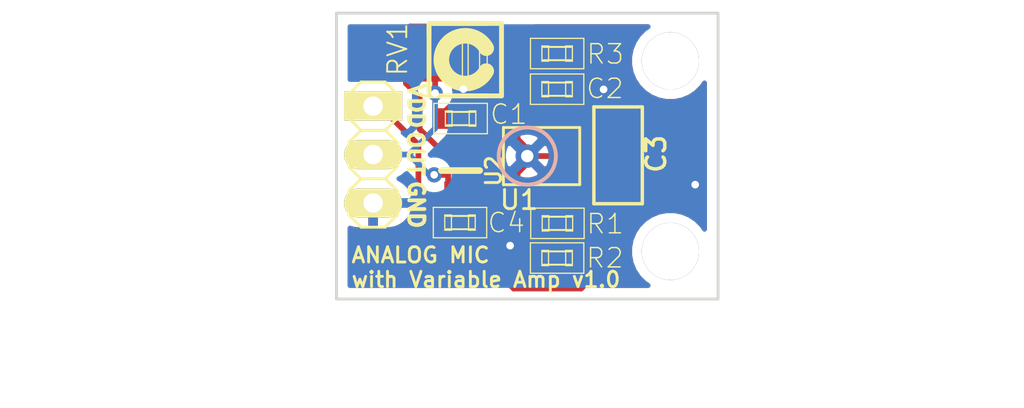
<source format=kicad_pcb>
(kicad_pcb (version 20171130) (host pcbnew "(5.1.2)-1")

  (general
    (thickness 1.6)
    (drawings 16)
    (tracks 116)
    (zones 0)
    (modules 13)
    (nets 8)
  )

  (page A4)
  (title_block
    (title "SPU0410LR5H Board (Analog MEMS MICROPHONE)")
    (date 2019-02-23)
    (rev v1.1)
    (company Crescent)
  )

  (layers
    (0 F.Cu signal)
    (31 B.Cu signal)
    (32 B.Adhes user)
    (33 F.Adhes user)
    (34 B.Paste user)
    (35 F.Paste user)
    (36 B.SilkS user)
    (37 F.SilkS user)
    (38 B.Mask user)
    (39 F.Mask user)
    (40 Dwgs.User user)
    (41 Cmts.User user)
    (42 Eco1.User user)
    (43 Eco2.User user)
    (44 Edge.Cuts user)
    (45 Margin user)
    (46 B.CrtYd user)
    (47 F.CrtYd user)
    (48 B.Fab user)
    (49 F.Fab user)
  )

  (setup
    (last_trace_width 0.3)
    (trace_clearance 0.2)
    (zone_clearance 0.508)
    (zone_45_only no)
    (trace_min 0.2)
    (via_size 0.8)
    (via_drill 0.4)
    (via_min_size 0.4)
    (via_min_drill 0.3)
    (uvia_size 0.3)
    (uvia_drill 0.1)
    (uvias_allowed no)
    (uvia_min_size 0.2)
    (uvia_min_drill 0.1)
    (edge_width 0.15)
    (segment_width 0.2)
    (pcb_text_width 0.3)
    (pcb_text_size 1.5 1.5)
    (mod_edge_width 0.15)
    (mod_text_size 1 1)
    (mod_text_width 0.15)
    (pad_size 1.224 1.224)
    (pad_drill 0.65)
    (pad_to_mask_clearance 0.2)
    (solder_mask_min_width 0.25)
    (aux_axis_origin 0 0)
    (visible_elements 7FFFFF7F)
    (pcbplotparams
      (layerselection 0x010fc_ffffffff)
      (usegerberextensions true)
      (usegerberattributes false)
      (usegerberadvancedattributes false)
      (creategerberjobfile false)
      (excludeedgelayer true)
      (linewidth 0.100000)
      (plotframeref false)
      (viasonmask false)
      (mode 1)
      (useauxorigin false)
      (hpglpennumber 1)
      (hpglpenspeed 20)
      (hpglpendiameter 15.000000)
      (psnegative false)
      (psa4output false)
      (plotreference true)
      (plotvalue true)
      (plotinvisibletext false)
      (padsonsilk false)
      (subtractmaskfromsilk false)
      (outputformat 1)
      (mirror false)
      (drillshape 0)
      (scaleselection 1)
      (outputdirectory "GERBER/"))
  )

  (net 0 "")
  (net 1 VDD)
  (net 2 GND)
  (net 3 "Net-(C1-Pad1)")
  (net 4 MOUT)
  (net 5 "Net-(C2-Pad1)")
  (net 6 SOUT)
  (net 7 "Net-(R3-Pad1)")

  (net_class Default "これは標準のネット クラスです。"
    (clearance 0.2)
    (trace_width 0.3)
    (via_dia 0.8)
    (via_drill 0.4)
    (uvia_dia 0.3)
    (uvia_drill 0.1)
    (add_net GND)
    (add_net MOUT)
    (add_net "Net-(C1-Pad1)")
    (add_net "Net-(C2-Pad1)")
    (add_net "Net-(R3-Pad1)")
    (add_net SOUT)
    (add_net VDD)
  )

  (module RV:rcl-RTRIMCVR42A (layer F.Cu) (tedit 5F0081B9) (tstamp 5F009725)
    (at 146.75 106.44 90)
    (descr "TRIMM RESISTOR AVX")
    (tags "TRIMM RESISTOR AVX")
    (path /5F004720)
    (attr smd)
    (fp_text reference RV1 (at 0.54 -3.55 -90) (layer F.SilkS)
      (effects (font (size 1 1) (thickness 0.1)))
    )
    (fp_text value 500k (at 2.87274 -1.1176) (layer F.SilkS) hide
      (effects (font (size 1.27 1.27) (thickness 0.1016)))
    )
    (fp_line (start -0.6477 1.14808) (end 0.6477 1.14808) (layer F.SilkS) (width 0.06604))
    (fp_line (start 0.6477 1.14808) (end 0.6477 0.7493) (layer F.SilkS) (width 0.06604))
    (fp_line (start -0.6477 0.7493) (end 0.6477 0.7493) (layer F.SilkS) (width 0.06604))
    (fp_line (start -0.6477 1.14808) (end -0.6477 0.7493) (layer F.SilkS) (width 0.06604))
    (fp_line (start -1.04902 0.14986) (end 1.04902 0.14986) (layer F.SilkS) (width 0.06604))
    (fp_line (start 1.04902 0.14986) (end 1.04902 -0.14986) (layer F.SilkS) (width 0.06604))
    (fp_line (start -1.04902 -0.14986) (end 1.04902 -0.14986) (layer F.SilkS) (width 0.06604))
    (fp_line (start -1.04902 0.14986) (end -1.04902 -0.14986) (layer F.SilkS) (width 0.06604))
    (fp_line (start -1.89992 -1.89992) (end -1.89992 1.89992) (layer F.SilkS) (width 0.254))
    (fp_line (start -1.89992 1.89992) (end 1.89992 1.89992) (layer F.SilkS) (width 0.254))
    (fp_line (start 1.89992 1.89992) (end 1.89992 -1.89992) (layer F.SilkS) (width 0.254))
    (fp_line (start 1.89992 -1.89992) (end -1.89992 -1.89992) (layer F.SilkS) (width 0.254))
    (fp_line (start -1.89992 1.14808) (end -1.89992 -1.89992) (layer F.SilkS) (width 0.254))
    (fp_line (start -1.89992 -1.89992) (end -1.34874 -1.89992) (layer F.SilkS) (width 0.254))
    (fp_line (start 1.89992 1.14808) (end 1.89992 -1.89992) (layer F.SilkS) (width 0.254))
    (fp_line (start 1.89992 -1.89992) (end 1.34874 -1.89992) (layer F.SilkS) (width 0.254))
    (fp_arc (start 0 0) (end -0.59944 1.09982) (angle 302.7) (layer F.SilkS) (width 0.8128))
    (pad 1 smd rect (at -1.14808 2.04978 90) (size 1.29794 1.39954) (layers F.Cu F.Paste F.Mask)
      (net 6 SOUT))
    (pad 2 smd rect (at 0 -1.79832 90) (size 2.2987 1.4986) (layers F.Cu F.Paste F.Mask)
      (net 6 SOUT))
    (pad 3 smd rect (at 1.14808 2.04978 90) (size 1.29794 1.39954) (layers F.Cu F.Paste F.Mask)
      (net 7 "Net-(R3-Pad1)"))
  )

  (module Mounting_Holes:MountingHole_3mm locked (layer F.Cu) (tedit 58F3573A) (tstamp 58F73DE3)
    (at 157.5 116.5)
    (descr "Mounting hole, Befestigungsbohrung, 3mm, No Annular, Kein Restring,")
    (tags "Mounting hole, Befestigungsbohrung, 3mm, No Annular, Kein Restring,")
    (fp_text reference REF2 (at 0 -4.0005) (layer F.SilkS) hide
      (effects (font (size 1 1) (thickness 0.15)))
    )
    (fp_text value MountingHole_3mm (at 1.00076 5.00126) (layer F.Fab) hide
      (effects (font (size 1 1) (thickness 0.15)))
    )
    (fp_circle (center 0 0) (end 3 0) (layer Cmts.User) (width 0.381))
    (pad 1 thru_hole circle (at 0 0) (size 3 3) (drill 3) (layers))
  )

  (module Mounting_Holes:MountingHole_3mm locked (layer F.Cu) (tedit 58F35736) (tstamp 58F356F5)
    (at 157.5 106.5)
    (descr "Mounting hole, Befestigungsbohrung, 3mm, No Annular, Kein Restring,")
    (tags "Mounting hole, Befestigungsbohrung, 3mm, No Annular, Kein Restring,")
    (fp_text reference REF1 (at 0 -4.0005) (layer F.SilkS) hide
      (effects (font (size 1 1) (thickness 0.15)))
    )
    (fp_text value MountingHole_3mm (at 1.00076 5.00126) (layer F.Fab) hide
      (effects (font (size 1 1) (thickness 0.15)))
    )
    (fp_circle (center 0 0) (end 3 0) (layer Cmts.User) (width 0.381))
    (pad 1 thru_hole circle (at 0 0) (size 3 3) (drill 3) (layers))
  )

  (module pin-head:pinhead-1X03 (layer F.Cu) (tedit 5C709D68) (tstamp 58F354ED)
    (at 141.92 111.42 270)
    (descr "PIN HEADER")
    (tags "PIN HEADER")
    (path /5C702AE8)
    (attr virtual)
    (fp_text reference P1 (at 4.48 -0.08 180) (layer F.SilkS) hide
      (effects (font (size 1 1) (thickness 0.1)))
    )
    (fp_text value Conn_01x03 (at 0 2.54 270) (layer F.SilkS) hide
      (effects (font (size 1.27 1.27) (thickness 0.1016)))
    )
    (fp_line (start -0.254 0.254) (end 0.254 0.254) (layer F.SilkS) (width 0.06604))
    (fp_line (start 0.254 0.254) (end 0.254 -0.254) (layer F.SilkS) (width 0.06604))
    (fp_line (start -0.254 -0.254) (end 0.254 -0.254) (layer F.SilkS) (width 0.06604))
    (fp_line (start -0.254 0.254) (end -0.254 -0.254) (layer F.SilkS) (width 0.06604))
    (fp_line (start -2.794 0.254) (end -2.286 0.254) (layer F.SilkS) (width 0.06604))
    (fp_line (start -2.286 0.254) (end -2.286 -0.254) (layer F.SilkS) (width 0.06604))
    (fp_line (start -2.794 -0.254) (end -2.286 -0.254) (layer F.SilkS) (width 0.06604))
    (fp_line (start -2.794 0.254) (end -2.794 -0.254) (layer F.SilkS) (width 0.06604))
    (fp_line (start 2.286 0.254) (end 2.794 0.254) (layer F.SilkS) (width 0.06604))
    (fp_line (start 2.794 0.254) (end 2.794 -0.254) (layer F.SilkS) (width 0.06604))
    (fp_line (start 2.286 -0.254) (end 2.794 -0.254) (layer F.SilkS) (width 0.06604))
    (fp_line (start 2.286 0.254) (end 2.286 -0.254) (layer F.SilkS) (width 0.06604))
    (fp_line (start -3.175 -1.27) (end -1.905 -1.27) (layer F.SilkS) (width 0.1524))
    (fp_line (start -1.905 -1.27) (end -1.27 -0.635) (layer F.SilkS) (width 0.1524))
    (fp_line (start -1.27 -0.635) (end -1.27 0.635) (layer F.SilkS) (width 0.1524))
    (fp_line (start -1.27 0.635) (end -1.905 1.27) (layer F.SilkS) (width 0.1524))
    (fp_line (start -1.27 -0.635) (end -0.635 -1.27) (layer F.SilkS) (width 0.1524))
    (fp_line (start -0.635 -1.27) (end 0.635 -1.27) (layer F.SilkS) (width 0.1524))
    (fp_line (start 0.635 -1.27) (end 1.27 -0.635) (layer F.SilkS) (width 0.1524))
    (fp_line (start 1.27 -0.635) (end 1.27 0.635) (layer F.SilkS) (width 0.1524))
    (fp_line (start 1.27 0.635) (end 0.635 1.27) (layer F.SilkS) (width 0.1524))
    (fp_line (start 0.635 1.27) (end -0.635 1.27) (layer F.SilkS) (width 0.1524))
    (fp_line (start -0.635 1.27) (end -1.27 0.635) (layer F.SilkS) (width 0.1524))
    (fp_line (start -3.81 -0.635) (end -3.81 0.635) (layer F.SilkS) (width 0.1524))
    (fp_line (start -3.175 -1.27) (end -3.81 -0.635) (layer F.SilkS) (width 0.1524))
    (fp_line (start -3.81 0.635) (end -3.175 1.27) (layer F.SilkS) (width 0.1524))
    (fp_line (start -1.905 1.27) (end -3.175 1.27) (layer F.SilkS) (width 0.1524))
    (fp_line (start 1.27 -0.635) (end 1.905 -1.27) (layer F.SilkS) (width 0.1524))
    (fp_line (start 1.905 -1.27) (end 3.175 -1.27) (layer F.SilkS) (width 0.1524))
    (fp_line (start 3.175 -1.27) (end 3.81 -0.635) (layer F.SilkS) (width 0.1524))
    (fp_line (start 3.81 -0.635) (end 3.81 0.635) (layer F.SilkS) (width 0.1524))
    (fp_line (start 3.81 0.635) (end 3.175 1.27) (layer F.SilkS) (width 0.1524))
    (fp_line (start 3.175 1.27) (end 1.905 1.27) (layer F.SilkS) (width 0.1524))
    (fp_line (start 1.905 1.27) (end 1.27 0.635) (layer F.SilkS) (width 0.1524))
    (pad 1 thru_hole rect (at -2.54 0 90) (size 1.524 3.048) (drill 1.016) (layers *.Cu *.Paste *.Mask F.SilkS)
      (net 1 VDD))
    (pad 2 thru_hole oval (at 0 0 90) (size 1.524 3.048) (drill 1.016) (layers *.Cu *.Paste *.Mask F.SilkS)
      (net 6 SOUT))
    (pad 3 thru_hole oval (at 2.54 0 90) (size 1.524 3.048) (drill 1.016) (layers *.Cu *.Paste *.Mask F.SilkS)
      (net 2 GND))
  )

  (module SPU0410LR5H:SPU0410LR5H (layer F.Cu) (tedit 5C709A9E) (tstamp 58F354F7)
    (at 150 111.5 270)
    (path /5C7024AA)
    (fp_text reference U1 (at 2.3 0.43 180) (layer F.SilkS)
      (effects (font (size 1 1) (thickness 0.15)))
    )
    (fp_text value SPU0410LR5H (at 0.2 -7.6 270) (layer F.Fab) hide
      (effects (font (size 1 1) (thickness 0.15)))
    )
    (fp_line (start -1.5 -2.75) (end 1.5 -2.75) (layer F.SilkS) (width 0.15))
    (fp_line (start 1.5 -2.75) (end 1.5 1.25) (layer F.SilkS) (width 0.15))
    (fp_line (start 1.5 1.25) (end -1.5 1.25) (layer F.SilkS) (width 0.15))
    (fp_line (start -1.5 1.25) (end -1.5 -2.75) (layer F.SilkS) (width 0.15))
    (pad 3 smd circle (at 1.015 0.634 270) (size 0.562 0.562) (layers F.Cu F.Paste F.Mask)
      (net 2 GND))
    (pad 2 smd circle (at -1.015 0.634 270) (size 0.562 0.562) (layers F.Cu F.Paste F.Mask)
      (net 2 GND))
    (pad 4 smd circle (at 0.966 -2.103 270) (size 0.723 0.723) (layers F.Cu F.Paste F.Mask)
      (net 1 VDD))
    (pad 1 smd circle (at -0.966 -2.103 270) (size 0.723 0.723) (layers F.Cu F.Paste F.Mask)
      (net 4 MOUT))
    (pad 6 thru_hole circle (at 0 0 270) (size 1.224 1.224) (drill 0.65) (layers *.Cu F.Paste F.Mask)
      (net 2 GND))
    (pad 5 smd circle (at 0 -2.103 270) (size 0.612 0.612) (layers F.Cu F.Paste F.Mask)
      (net 2 GND))
  )

  (module generic:generic-SMD1608 (layer F.Cu) (tedit 5C702684) (tstamp 5C72D5BE)
    (at 151.564 107.99 180)
    (descr "1608M 0603")
    (tags "1608M 0603")
    (path /5C702E6F)
    (attr smd)
    (fp_text reference C2 (at -2.50624 0.03 180) (layer F.SilkS)
      (effects (font (size 1.016 1.016) (thickness 0.0762)))
    )
    (fp_text value 4.7u (at 2.2479 1.14046 180) (layer F.SilkS) hide
      (effects (font (size 1.016 1.016) (thickness 0.0762)))
    )
    (fp_line (start 0.7239 0.34798) (end -0.7239 0.34798) (layer F.SilkS) (width 0.1016))
    (fp_line (start -0.7239 -0.34798) (end 0.7239 -0.34798) (layer F.SilkS) (width 0.1016))
    (fp_line (start -1.39954 0.79756) (end -1.39954 -0.79756) (layer F.SilkS) (width 0.06604))
    (fp_line (start -1.39954 -0.79756) (end 1.39954 -0.79756) (layer F.SilkS) (width 0.06604))
    (fp_line (start 1.39954 0.79756) (end 1.39954 -0.79756) (layer F.SilkS) (width 0.06604))
    (fp_line (start -1.39954 0.79756) (end 1.39954 0.79756) (layer F.SilkS) (width 0.06604))
    (fp_line (start 0.44958 0.39878) (end 0.44958 -0.39878) (layer F.SilkS) (width 0.06604))
    (fp_line (start 0.44958 -0.39878) (end 0.79756 -0.39878) (layer F.SilkS) (width 0.06604))
    (fp_line (start 0.79756 0.39878) (end 0.79756 -0.39878) (layer F.SilkS) (width 0.06604))
    (fp_line (start 0.44958 0.39878) (end 0.79756 0.39878) (layer F.SilkS) (width 0.06604))
    (fp_line (start -0.79756 0.39878) (end -0.79756 -0.39878) (layer F.SilkS) (width 0.06604))
    (fp_line (start -0.79756 -0.39878) (end -0.44958 -0.39878) (layer F.SilkS) (width 0.06604))
    (fp_line (start -0.44958 0.39878) (end -0.44958 -0.39878) (layer F.SilkS) (width 0.06604))
    (fp_line (start -0.79756 0.39878) (end -0.44958 0.39878) (layer F.SilkS) (width 0.06604))
    (pad 2 smd rect (at 0.87376 0 180) (size 1.04902 1.0795) (layers F.Cu F.Paste F.Mask)
      (net 4 MOUT))
    (pad 1 smd rect (at -0.87376 0 180) (size 1.04902 1.0795) (layers F.Cu F.Paste F.Mask)
      (net 5 "Net-(C2-Pad1)"))
  )

  (module smt:C-1206 (layer F.Cu) (tedit 54F0A8D9) (tstamp 5C72D5D0)
    (at 154.76 111.46 90)
    (descr "1206 (3216 metric)")
    (tags "smt 1206")
    (path /5C7029DE)
    (fp_text reference C3 (at -1.02 2.58 90) (layer F.SilkS)
      (effects (font (size 1 1) (thickness 0.18)) (justify left bottom))
    )
    (fp_text value 0.1u (at 0 2.413 90) (layer F.SilkS) hide
      (effects (font (size 1 1) (thickness 0.18)))
    )
    (fp_line (start -1.524 -0.762) (end 1.524 -0.762) (layer Dwgs.User) (width 0.05))
    (fp_line (start 1.524 -0.762) (end 1.524 0.762) (layer Dwgs.User) (width 0.05))
    (fp_line (start 1.524 0.762) (end -1.524 0.762) (layer Dwgs.User) (width 0.05))
    (fp_line (start -1.524 0.762) (end -1.524 -0.762) (layer Dwgs.User) (width 0.05))
    (fp_line (start -2.54 -1.27) (end 2.54 -1.27) (layer F.CrtYd) (width 0.05))
    (fp_line (start 2.54 -1.27) (end 2.54 1.27) (layer F.CrtYd) (width 0.05))
    (fp_line (start 2.54 1.27) (end -2.54 1.27) (layer F.CrtYd) (width 0.05))
    (fp_line (start -2.54 1.27) (end -2.54 -1.27) (layer F.CrtYd) (width 0.05))
    (fp_line (start -2.54 1.27) (end 2.54 1.27) (layer F.SilkS) (width 0.18))
    (fp_line (start 2.54 1.27) (end 2.54 -1.27) (layer F.SilkS) (width 0.18))
    (fp_line (start 2.54 -1.27) (end -2.54 -1.27) (layer F.SilkS) (width 0.18))
    (fp_line (start -2.54 -1.27) (end -2.54 1.27) (layer F.SilkS) (width 0.18))
    (pad 1 smd rect (at -1.4 0 90) (size 1.6 1.8) (layers F.Cu F.Paste F.Mask)
      (net 1 VDD))
    (pad 2 smd rect (at 1.4 0 90) (size 1.6 1.8) (layers F.Cu F.Paste F.Mask)
      (net 2 GND))
    (model smt.pretty/C-1206.wrl
      (at (xyz 0 0 0))
      (scale (xyz 1 1 1))
      (rotate (xyz 0 0 0))
    )
  )

  (module generic:generic-SMD1608 (layer F.Cu) (tedit 5C702605) (tstamp 5C72D5E4)
    (at 146.474 114.99 180)
    (descr "1608M 0603")
    (tags "1608M 0603")
    (path /5C70345F)
    (attr smd)
    (fp_text reference C4 (at -2.426 -0.01 180) (layer F.SilkS)
      (effects (font (size 1.016 1.016) (thickness 0.0762)))
    )
    (fp_text value 0.1u (at 2.2479 1.14046 180) (layer F.SilkS) hide
      (effects (font (size 1.016 1.016) (thickness 0.0762)))
    )
    (fp_line (start 0.7239 0.34798) (end -0.7239 0.34798) (layer F.SilkS) (width 0.1016))
    (fp_line (start -0.7239 -0.34798) (end 0.7239 -0.34798) (layer F.SilkS) (width 0.1016))
    (fp_line (start -1.39954 0.79756) (end -1.39954 -0.79756) (layer F.SilkS) (width 0.06604))
    (fp_line (start -1.39954 -0.79756) (end 1.39954 -0.79756) (layer F.SilkS) (width 0.06604))
    (fp_line (start 1.39954 0.79756) (end 1.39954 -0.79756) (layer F.SilkS) (width 0.06604))
    (fp_line (start -1.39954 0.79756) (end 1.39954 0.79756) (layer F.SilkS) (width 0.06604))
    (fp_line (start 0.44958 0.39878) (end 0.44958 -0.39878) (layer F.SilkS) (width 0.06604))
    (fp_line (start 0.44958 -0.39878) (end 0.79756 -0.39878) (layer F.SilkS) (width 0.06604))
    (fp_line (start 0.79756 0.39878) (end 0.79756 -0.39878) (layer F.SilkS) (width 0.06604))
    (fp_line (start 0.44958 0.39878) (end 0.79756 0.39878) (layer F.SilkS) (width 0.06604))
    (fp_line (start -0.79756 0.39878) (end -0.79756 -0.39878) (layer F.SilkS) (width 0.06604))
    (fp_line (start -0.79756 -0.39878) (end -0.44958 -0.39878) (layer F.SilkS) (width 0.06604))
    (fp_line (start -0.44958 0.39878) (end -0.44958 -0.39878) (layer F.SilkS) (width 0.06604))
    (fp_line (start -0.79756 0.39878) (end -0.44958 0.39878) (layer F.SilkS) (width 0.06604))
    (pad 2 smd rect (at 0.87376 0 180) (size 1.04902 1.0795) (layers F.Cu F.Paste F.Mask)
      (net 2 GND))
    (pad 1 smd rect (at -0.87376 0 180) (size 1.04902 1.0795) (layers F.Cu F.Paste F.Mask)
      (net 1 VDD))
  )

  (module generic:generic-SMD1608 (layer F.Cu) (tedit 5C7026B2) (tstamp 5F0099DA)
    (at 151.58 115.03)
    (descr "1608M 0603")
    (tags "1608M 0603")
    (path /5C7030F7)
    (attr smd)
    (fp_text reference R1 (at 2.50624 0.03) (layer F.SilkS)
      (effects (font (size 1.016 1.016) (thickness 0.0762)))
    )
    (fp_text value 10k (at 2.2479 1.14046) (layer F.SilkS) hide
      (effects (font (size 1.016 1.016) (thickness 0.0762)))
    )
    (fp_line (start -0.79756 0.39878) (end -0.44958 0.39878) (layer F.SilkS) (width 0.06604))
    (fp_line (start -0.44958 0.39878) (end -0.44958 -0.39878) (layer F.SilkS) (width 0.06604))
    (fp_line (start -0.79756 -0.39878) (end -0.44958 -0.39878) (layer F.SilkS) (width 0.06604))
    (fp_line (start -0.79756 0.39878) (end -0.79756 -0.39878) (layer F.SilkS) (width 0.06604))
    (fp_line (start 0.44958 0.39878) (end 0.79756 0.39878) (layer F.SilkS) (width 0.06604))
    (fp_line (start 0.79756 0.39878) (end 0.79756 -0.39878) (layer F.SilkS) (width 0.06604))
    (fp_line (start 0.44958 -0.39878) (end 0.79756 -0.39878) (layer F.SilkS) (width 0.06604))
    (fp_line (start 0.44958 0.39878) (end 0.44958 -0.39878) (layer F.SilkS) (width 0.06604))
    (fp_line (start -1.39954 0.79756) (end 1.39954 0.79756) (layer F.SilkS) (width 0.06604))
    (fp_line (start 1.39954 0.79756) (end 1.39954 -0.79756) (layer F.SilkS) (width 0.06604))
    (fp_line (start -1.39954 -0.79756) (end 1.39954 -0.79756) (layer F.SilkS) (width 0.06604))
    (fp_line (start -1.39954 0.79756) (end -1.39954 -0.79756) (layer F.SilkS) (width 0.06604))
    (fp_line (start -0.7239 -0.34798) (end 0.7239 -0.34798) (layer F.SilkS) (width 0.1016))
    (fp_line (start 0.7239 0.34798) (end -0.7239 0.34798) (layer F.SilkS) (width 0.1016))
    (pad 1 smd rect (at -0.87376 0) (size 1.04902 1.0795) (layers F.Cu F.Paste F.Mask)
      (net 3 "Net-(C1-Pad1)"))
    (pad 2 smd rect (at 0.87376 0) (size 1.04902 1.0795) (layers F.Cu F.Paste F.Mask)
      (net 1 VDD))
  )

  (module generic:generic-SMD1608 (layer F.Cu) (tedit 5C7097F4) (tstamp 5C72D60C)
    (at 151.564 116.85 180)
    (descr "1608M 0603")
    (tags "1608M 0603")
    (path /5C703170)
    (attr smd)
    (fp_text reference R2 (at -2.50376 0 180) (layer F.SilkS)
      (effects (font (size 1.016 1.016) (thickness 0.0762)))
    )
    (fp_text value 10k (at 2.2479 1.14046 180) (layer F.SilkS) hide
      (effects (font (size 1.016 1.016) (thickness 0.0762)))
    )
    (fp_line (start 0.7239 0.34798) (end -0.7239 0.34798) (layer F.SilkS) (width 0.1016))
    (fp_line (start -0.7239 -0.34798) (end 0.7239 -0.34798) (layer F.SilkS) (width 0.1016))
    (fp_line (start -1.39954 0.79756) (end -1.39954 -0.79756) (layer F.SilkS) (width 0.06604))
    (fp_line (start -1.39954 -0.79756) (end 1.39954 -0.79756) (layer F.SilkS) (width 0.06604))
    (fp_line (start 1.39954 0.79756) (end 1.39954 -0.79756) (layer F.SilkS) (width 0.06604))
    (fp_line (start -1.39954 0.79756) (end 1.39954 0.79756) (layer F.SilkS) (width 0.06604))
    (fp_line (start 0.44958 0.39878) (end 0.44958 -0.39878) (layer F.SilkS) (width 0.06604))
    (fp_line (start 0.44958 -0.39878) (end 0.79756 -0.39878) (layer F.SilkS) (width 0.06604))
    (fp_line (start 0.79756 0.39878) (end 0.79756 -0.39878) (layer F.SilkS) (width 0.06604))
    (fp_line (start 0.44958 0.39878) (end 0.79756 0.39878) (layer F.SilkS) (width 0.06604))
    (fp_line (start -0.79756 0.39878) (end -0.79756 -0.39878) (layer F.SilkS) (width 0.06604))
    (fp_line (start -0.79756 -0.39878) (end -0.44958 -0.39878) (layer F.SilkS) (width 0.06604))
    (fp_line (start -0.44958 0.39878) (end -0.44958 -0.39878) (layer F.SilkS) (width 0.06604))
    (fp_line (start -0.79756 0.39878) (end -0.44958 0.39878) (layer F.SilkS) (width 0.06604))
    (pad 2 smd rect (at 0.87376 0 180) (size 1.04902 1.0795) (layers F.Cu F.Paste F.Mask)
      (net 3 "Net-(C1-Pad1)"))
    (pad 1 smd rect (at -0.87376 0 180) (size 1.04902 1.0795) (layers F.Cu F.Paste F.Mask)
      (net 2 GND))
  )

  (module generic:generic-SMD1608 (layer F.Cu) (tedit 5C7026B9) (tstamp 5C72D620)
    (at 151.566 106.12)
    (descr "1608M 0603")
    (tags "1608M 0603")
    (path /5C702A32)
    (attr smd)
    (fp_text reference R3 (at 2.52376 0.03) (layer F.SilkS)
      (effects (font (size 1.016 1.016) (thickness 0.0762)))
    )
    (fp_text value 10k (at 2.2479 1.14046) (layer F.SilkS) hide
      (effects (font (size 1.016 1.016) (thickness 0.0762)))
    )
    (fp_line (start -0.79756 0.39878) (end -0.44958 0.39878) (layer F.SilkS) (width 0.06604))
    (fp_line (start -0.44958 0.39878) (end -0.44958 -0.39878) (layer F.SilkS) (width 0.06604))
    (fp_line (start -0.79756 -0.39878) (end -0.44958 -0.39878) (layer F.SilkS) (width 0.06604))
    (fp_line (start -0.79756 0.39878) (end -0.79756 -0.39878) (layer F.SilkS) (width 0.06604))
    (fp_line (start 0.44958 0.39878) (end 0.79756 0.39878) (layer F.SilkS) (width 0.06604))
    (fp_line (start 0.79756 0.39878) (end 0.79756 -0.39878) (layer F.SilkS) (width 0.06604))
    (fp_line (start 0.44958 -0.39878) (end 0.79756 -0.39878) (layer F.SilkS) (width 0.06604))
    (fp_line (start 0.44958 0.39878) (end 0.44958 -0.39878) (layer F.SilkS) (width 0.06604))
    (fp_line (start -1.39954 0.79756) (end 1.39954 0.79756) (layer F.SilkS) (width 0.06604))
    (fp_line (start 1.39954 0.79756) (end 1.39954 -0.79756) (layer F.SilkS) (width 0.06604))
    (fp_line (start -1.39954 -0.79756) (end 1.39954 -0.79756) (layer F.SilkS) (width 0.06604))
    (fp_line (start -1.39954 0.79756) (end -1.39954 -0.79756) (layer F.SilkS) (width 0.06604))
    (fp_line (start -0.7239 -0.34798) (end 0.7239 -0.34798) (layer F.SilkS) (width 0.1016))
    (fp_line (start 0.7239 0.34798) (end -0.7239 0.34798) (layer F.SilkS) (width 0.1016))
    (pad 1 smd rect (at -0.87376 0) (size 1.04902 1.0795) (layers F.Cu F.Paste F.Mask)
      (net 7 "Net-(R3-Pad1)"))
    (pad 2 smd rect (at 0.87376 0) (size 1.04902 1.0795) (layers F.Cu F.Paste F.Mask)
      (net 5 "Net-(C2-Pad1)"))
  )

  (module generic:generic-SMD1608 (layer F.Cu) (tedit 5C7097EC) (tstamp 5C72D7A4)
    (at 146.506 109.53 180)
    (descr "1608M 0603")
    (tags "1608M 0603")
    (path /5C7031E6)
    (attr smd)
    (fp_text reference C1 (at -2.52376 0.22 180) (layer F.SilkS)
      (effects (font (size 1.016 1.016) (thickness 0.0762)))
    )
    (fp_text value 4.7u (at 2.2479 1.14046 180) (layer F.SilkS) hide
      (effects (font (size 1.016 1.016) (thickness 0.0762)))
    )
    (fp_line (start -0.79756 0.39878) (end -0.44958 0.39878) (layer F.SilkS) (width 0.06604))
    (fp_line (start -0.44958 0.39878) (end -0.44958 -0.39878) (layer F.SilkS) (width 0.06604))
    (fp_line (start -0.79756 -0.39878) (end -0.44958 -0.39878) (layer F.SilkS) (width 0.06604))
    (fp_line (start -0.79756 0.39878) (end -0.79756 -0.39878) (layer F.SilkS) (width 0.06604))
    (fp_line (start 0.44958 0.39878) (end 0.79756 0.39878) (layer F.SilkS) (width 0.06604))
    (fp_line (start 0.79756 0.39878) (end 0.79756 -0.39878) (layer F.SilkS) (width 0.06604))
    (fp_line (start 0.44958 -0.39878) (end 0.79756 -0.39878) (layer F.SilkS) (width 0.06604))
    (fp_line (start 0.44958 0.39878) (end 0.44958 -0.39878) (layer F.SilkS) (width 0.06604))
    (fp_line (start -1.39954 0.79756) (end 1.39954 0.79756) (layer F.SilkS) (width 0.06604))
    (fp_line (start 1.39954 0.79756) (end 1.39954 -0.79756) (layer F.SilkS) (width 0.06604))
    (fp_line (start -1.39954 -0.79756) (end 1.39954 -0.79756) (layer F.SilkS) (width 0.06604))
    (fp_line (start -1.39954 0.79756) (end -1.39954 -0.79756) (layer F.SilkS) (width 0.06604))
    (fp_line (start -0.7239 -0.34798) (end 0.7239 -0.34798) (layer F.SilkS) (width 0.1016))
    (fp_line (start 0.7239 0.34798) (end -0.7239 0.34798) (layer F.SilkS) (width 0.1016))
    (pad 1 smd rect (at -0.87376 0 180) (size 1.04902 1.0795) (layers F.Cu F.Paste F.Mask)
      (net 3 "Net-(C1-Pad1)"))
    (pad 2 smd rect (at 0.87376 0 180) (size 1.04902 1.0795) (layers F.Cu F.Paste F.Mask)
      (net 2 GND))
  )

  (module smd-semi:SC-70-5 (layer F.Cu) (tedit 54CBD916) (tstamp 5C72E9E3)
    (at 146.5 112.26 270)
    (path /5C702162)
    (attr smd)
    (fp_text reference U2 (at 0.02 -1.73 270) (layer F.SilkS)
      (effects (font (size 0.8 0.8) (thickness 0.15)))
    )
    (fp_text value LM321 (at 0 0 270) (layer F.Fab)
      (effects (font (size 0.8 0.8) (thickness 0.15)))
    )
    (fp_line (start 1.5 -1.25) (end -1.5 -1.25) (layer F.Fab) (width 0.15))
    (fp_line (start -1.5 -1.25) (end -1.5 1.25) (layer F.Fab) (width 0.15))
    (fp_line (start -1.5 1.25) (end 1.5 1.25) (layer F.Fab) (width 0.15))
    (fp_line (start 1.5 1.25) (end 1.5 -1.25) (layer F.Fab) (width 0.15))
    (fp_line (start 1.75 -1.5) (end -1.75 -1.5) (layer F.CrtYd) (width 0.15))
    (fp_line (start -1.75 -1.5) (end -1.75 1.5) (layer F.CrtYd) (width 0.15))
    (fp_line (start -1.75 1.5) (end 1.75 1.5) (layer F.CrtYd) (width 0.15))
    (fp_line (start 1.75 1.5) (end 1.75 -1.5) (layer F.CrtYd) (width 0.15))
    (fp_line (start 0 -1) (end 0 1) (layer F.SilkS) (width 0.35))
    (pad 1 smd rect (at -0.95 -0.65 90) (size 0.75 0.4) (layers F.Cu F.Paste F.Mask)
      (net 3 "Net-(C1-Pad1)"))
    (pad 3 smd rect (at -0.95 0.65 90) (size 0.75 0.4) (layers F.Cu F.Paste F.Mask)
      (net 7 "Net-(R3-Pad1)"))
    (pad 2 smd rect (at -0.95 0 90) (size 0.75 0.4) (layers F.Cu F.Paste F.Mask)
      (net 2 GND))
    (pad 4 smd rect (at 0.95 0.65 90) (size 0.75 0.4) (layers F.Cu F.Paste F.Mask)
      (net 6 SOUT))
    (pad 5 smd rect (at 0.95 -0.65 90) (size 0.75 0.4) (layers F.Cu F.Paste F.Mask)
      (net 1 VDD))
    (model smd_trans/sc70-5.wrl
      (at (xyz 0 0 0))
      (scale (xyz 1 1 1))
      (rotate (xyz 0 0 90))
    )
  )

  (gr_circle (center 150 111.5) (end 148.5 111.5) (layer B.SilkS) (width 0.2))
  (dimension 10 (width 0.3) (layer Eco2.User)
    (gr_text "10.000 mm" (at 145 121.85) (layer Eco2.User)
      (effects (font (size 1.5 1.5) (thickness 0.3)))
    )
    (feature1 (pts (xy 140 111.5) (xy 140 123.2)))
    (feature2 (pts (xy 150 111.5) (xy 150 123.2)))
    (crossbar (pts (xy 150 120.5) (xy 140 120.5)))
    (arrow1a (pts (xy 140 120.5) (xy 141.126504 119.913579)))
    (arrow1b (pts (xy 140 120.5) (xy 141.126504 121.086421)))
    (arrow2a (pts (xy 150 120.5) (xy 148.873496 119.913579)))
    (arrow2b (pts (xy 150 120.5) (xy 148.873496 121.086421)))
  )
  (dimension 7.5 (width 0.3) (layer Eco2.User)
    (gr_text "7.500 mm" (at 173.35 115.25 270) (layer Eco2.User)
      (effects (font (size 1.5 1.5) (thickness 0.3)))
    )
    (feature1 (pts (xy 150 119) (xy 174.7 119)))
    (feature2 (pts (xy 150 111.5) (xy 174.7 111.5)))
    (crossbar (pts (xy 172 111.5) (xy 172 119)))
    (arrow1a (pts (xy 172 119) (xy 171.413579 117.873496)))
    (arrow1b (pts (xy 172 119) (xy 172.586421 117.873496)))
    (arrow2a (pts (xy 172 111.5) (xy 171.413579 112.626504)))
    (arrow2b (pts (xy 172 111.5) (xy 172.586421 112.626504)))
  )
  (dimension 10 (width 0.3) (layer Eco2.User)
    (gr_text "10.000 mm" (at 167.35 111.5 270) (layer Eco2.User)
      (effects (font (size 1.5 1.5) (thickness 0.3)))
    )
    (feature1 (pts (xy 157.5 116.5) (xy 168.7 116.5)))
    (feature2 (pts (xy 157.5 106.5) (xy 168.7 106.5)))
    (crossbar (pts (xy 166 106.5) (xy 166 116.5)))
    (arrow1a (pts (xy 166 116.5) (xy 165.413579 115.373496)))
    (arrow1b (pts (xy 166 116.5) (xy 166.586421 115.373496)))
    (arrow2a (pts (xy 166 106.5) (xy 165.413579 107.626504)))
    (arrow2b (pts (xy 166 106.5) (xy 166.586421 107.626504)))
  )
  (gr_text GND (at 144.17 114.05 270) (layer F.SilkS)
    (effects (font (size 0.8 0.8) (thickness 0.2)))
  )
  (gr_text OUT (at 144.14 111.37 270) (layer F.SilkS)
    (effects (font (size 0.8 0.8) (thickness 0.2)))
  )
  (gr_text VDD (at 144.17 108.88 270) (layer F.SilkS)
    (effects (font (size 0.8 0.8) (thickness 0.2)))
  )
  (gr_text "ANALOG MIC \nwith Variable Amp v1.0" (at 140.71 117.34) (layer F.SilkS)
    (effects (font (size 0.8 0.8) (thickness 0.15)) (justify left))
  )
  (gr_line (start 150 106) (end 150 117) (angle 90) (layer Eco2.User) (width 0.2))
  (gr_line (start 155.5 111.5) (end 144.5 111.5) (angle 90) (layer Eco2.User) (width 0.2))
  (dimension 20 (width 0.3) (layer Eco2.User)
    (gr_text "20.000 mm" (at 150 125.35) (layer Eco2.User)
      (effects (font (size 1.5 1.5) (thickness 0.3)))
    )
    (feature1 (pts (xy 160 119) (xy 160 126.7)))
    (feature2 (pts (xy 140 119) (xy 140 126.7)))
    (crossbar (pts (xy 140 124) (xy 160 124)))
    (arrow1a (pts (xy 160 124) (xy 158.873496 124.586421)))
    (arrow1b (pts (xy 160 124) (xy 158.873496 123.413579)))
    (arrow2a (pts (xy 140 124) (xy 141.126504 124.586421)))
    (arrow2b (pts (xy 140 124) (xy 141.126504 123.413579)))
  )
  (dimension 15 (width 0.3) (layer Eco2.User)
    (gr_text "15.000 mm" (at 128.65 111.5 270) (layer Eco2.User)
      (effects (font (size 1.5 1.5) (thickness 0.3)))
    )
    (feature1 (pts (xy 140 119) (xy 127.3 119)))
    (feature2 (pts (xy 140 104) (xy 127.3 104)))
    (crossbar (pts (xy 130 104) (xy 130 119)))
    (arrow1a (pts (xy 130 119) (xy 129.413579 117.873496)))
    (arrow1b (pts (xy 130 119) (xy 130.586421 117.873496)))
    (arrow2a (pts (xy 130 104) (xy 129.413579 105.126504)))
    (arrow2b (pts (xy 130 104) (xy 130.586421 105.126504)))
  )
  (gr_line (start 140 119) (end 140 104) (angle 90) (layer Edge.Cuts) (width 0.15))
  (gr_line (start 160 119) (end 140 119) (angle 90) (layer Edge.Cuts) (width 0.15))
  (gr_line (start 160 104) (end 160 119) (angle 90) (layer Edge.Cuts) (width 0.15))
  (gr_line (start 140 104) (end 160 104) (angle 90) (layer Edge.Cuts) (width 0.15))

  (segment (start 147.15 113.8102) (end 147.15 113.9353) (width 0.3) (layer F.Cu) (net 1))
  (segment (start 147.15 113.21) (end 147.15 113.8102) (width 0.3) (layer F.Cu) (net 1))
  (segment (start 152.4538 112.86) (end 152.103 112.5092) (width 0.3) (layer F.Cu) (net 1))
  (segment (start 152.103 112.5092) (end 152.103 112.466) (width 0.3) (layer F.Cu) (net 1))
  (segment (start 154.76 112.86) (end 152.4538 112.86) (width 0.3) (layer F.Cu) (net 1))
  (segment (start 142.27 108.88) (end 141.92 108.88) (width 0.3) (layer F.Cu) (net 1))
  (segment (start 144.2937 110.9037) (end 142.27 108.88) (width 0.3) (layer F.Cu) (net 1))
  (segment (start 144.2937 113.0937) (end 144.2937 110.9037) (width 0.3) (layer F.Cu) (net 1))
  (segment (start 145.29 114.09) (end 144.2937 113.0937) (width 0.3) (layer F.Cu) (net 1))
  (segment (start 147.15 113.9353) (end 146.9953 114.09) (width 0.3) (layer F.Cu) (net 1))
  (segment (start 146.9953 114.09) (end 145.29 114.09) (width 0.3) (layer F.Cu) (net 1))
  (segment (start 152.4538 114.1399) (end 152.4538 112.86) (width 0.3) (layer F.Cu) (net 1))
  (segment (start 152.49 115.03) (end 152.4538 115.03) (width 0.3) (layer F.Cu) (net 1))
  (segment (start 153.51 116.05) (end 152.49 115.03) (width 0.3) (layer F.Cu) (net 1))
  (segment (start 153.51 117.76) (end 153.51 116.05) (width 0.3) (layer F.Cu) (net 1))
  (segment (start 152.4538 115.03) (end 152.4538 114.1399) (width 0.3) (layer F.Cu) (net 1))
  (segment (start 147.3147 114.1) (end 147.3478 114.1) (width 0.3) (layer F.Cu) (net 1))
  (segment (start 147.15 113.9353) (end 147.3147 114.1) (width 0.3) (layer F.Cu) (net 1))
  (segment (start 147.3478 114.1) (end 147.3478 116.5078) (width 0.3) (layer F.Cu) (net 1))
  (segment (start 147.3478 116.5078) (end 149.29 118.45) (width 0.3) (layer F.Cu) (net 1))
  (segment (start 149.29 118.45) (end 152.82 118.45) (width 0.3) (layer F.Cu) (net 1))
  (segment (start 152.82 118.45) (end 153.51 117.76) (width 0.3) (layer F.Cu) (net 1))
  (segment (start 150 111.5) (end 150 111.881) (width 0.3) (layer F.Cu) (net 2))
  (segment (start 150 111.881) (end 149.366 112.515) (width 0.3) (layer F.Cu) (net 2))
  (segment (start 152.103 111.5) (end 150 111.5) (width 0.3) (layer F.Cu) (net 2))
  (segment (start 145.6002 114.99) (end 144.7254 114.99) (width 0.3) (layer F.Cu) (net 2))
  (segment (start 141.92 113.96) (end 143.7943 113.96) (width 0.3) (layer F.Cu) (net 2))
  (segment (start 143.7943 113.96) (end 144.7254 114.8911) (width 0.3) (layer F.Cu) (net 2))
  (segment (start 144.7254 114.8911) (end 144.7254 114.99) (width 0.3) (layer F.Cu) (net 2))
  (segment (start 154.76 110.06) (end 154.76 111.2103) (width 0.3) (layer F.Cu) (net 2))
  (segment (start 154.76 111.2103) (end 154.4703 111.5) (width 0.3) (layer F.Cu) (net 2))
  (segment (start 154.4703 111.5) (end 152.103 111.5) (width 0.3) (layer F.Cu) (net 2))
  (segment (start 150 111.5) (end 150 111.119) (width 0.3) (layer F.Cu) (net 2))
  (segment (start 150 111.119) (end 149.366 110.485) (width 0.3) (layer F.Cu) (net 2))
  (segment (start 143.7943 113.96) (end 147.54 113.96) (width 0.3) (layer B.Cu) (net 2))
  (segment (start 147.54 113.96) (end 150 111.5) (width 0.3) (layer B.Cu) (net 2))
  (segment (start 141.92 113.96) (end 143.7943 113.96) (width 0.3) (layer B.Cu) (net 2))
  (segment (start 147.57 112.21) (end 146.5 112.21) (width 0.3) (layer F.Cu) (net 2))
  (segment (start 147.8746 112.5146) (end 147.57 112.21) (width 0.3) (layer F.Cu) (net 2))
  (segment (start 152.4378 116.85) (end 151.3878 117.9) (width 0.3) (layer F.Cu) (net 2))
  (segment (start 146.5 112.21) (end 146.5 111.31) (width 0.3) (layer F.Cu) (net 2))
  (segment (start 149.86 117.9) (end 148.3846 116.4246) (width 0.3) (layer F.Cu) (net 2))
  (segment (start 148.3846 116.4246) (end 148.3846 114.4) (width 0.3) (layer F.Cu) (net 2))
  (segment (start 148.3846 114.4) (end 148.3846 114.2246) (width 0.3) (layer F.Cu) (net 2) (tstamp 5F009E31))
  (segment (start 151.3878 117.9) (end 149.86 117.9) (width 0.3) (layer F.Cu) (net 2))
  (segment (start 148.3846 114.2246) (end 147.8746 113.7146) (width 0.3) (layer F.Cu) (net 2))
  (segment (start 147.8746 113.7146) (end 147.8746 112.5146) (width 0.3) (layer F.Cu) (net 2))
  (segment (start 145.7923 109.69006) (end 145.63224 109.53) (width 0.3) (layer F.Cu) (net 2))
  (segment (start 145.7923 109.9123) (end 145.7923 109.69006) (width 0.3) (layer F.Cu) (net 2))
  (segment (start 145.63224 109.51476) (end 145.63224 109.53) (width 0.3) (layer F.Cu) (net 2))
  (segment (start 146.505249 108.134751) (end 146.65 107.99) (width 0.3) (layer F.Cu) (net 2))
  (via (at 146.65 107.99) (size 0.8) (drill 0.4) (layers F.Cu B.Cu) (net 2))
  (segment (start 145.63224 109.53) (end 145.63224 109.54524) (width 0.3) (layer F.Cu) (net 2))
  (segment (start 150 111.34) (end 150 111.5) (width 0.3) (layer B.Cu) (net 2))
  (segment (start 146.65 107.99) (end 150 111.34) (width 0.3) (layer B.Cu) (net 2))
  (segment (start 146.5 110.39776) (end 145.63224 109.53) (width 0.3) (layer F.Cu) (net 2))
  (segment (start 146.5 111.31) (end 146.5 110.39776) (width 0.3) (layer F.Cu) (net 2))
  (segment (start 145.63224 109.20776) (end 145.63224 109.53) (width 0.3) (layer F.Cu) (net 2))
  (segment (start 146.65 107.99) (end 146.65 108.19) (width 0.3) (layer F.Cu) (net 2))
  (segment (start 146.65 108.19) (end 145.63224 109.20776) (width 0.3) (layer F.Cu) (net 2))
  (via (at 154 108) (size 0.8) (drill 0.4) (layers F.Cu B.Cu) (net 2))
  (via (at 158.8 113) (size 0.8) (drill 0.4) (layers F.Cu B.Cu) (net 2))
  (segment (start 158.8 113) (end 155.2 115.2) (width 0.3) (layer F.Cu) (net 2) (tstamp 5F009E2C))
  (segment (start 157.4 113) (end 155.2 115.2) (width 0.3) (layer F.Cu) (net 2) (tstamp 5F009E2A))
  (segment (start 157.4 109.8) (end 157.4 113) (width 0.3) (layer F.Cu) (net 2) (tstamp 5F009E28))
  (segment (start 155.6 108) (end 157.4 109.8) (width 0.3) (layer F.Cu) (net 2) (tstamp 5F009E26))
  (segment (start 154 108) (end 155.6 108) (width 0.3) (layer F.Cu) (net 2))
  (segment (start 154.76 108.76) (end 154 108) (width 0.3) (layer F.Cu) (net 2))
  (segment (start 154.76 108.76) (end 154.76 110.06) (width 0.3) (layer F.Cu) (net 2))
  (segment (start 148.3846 114.4) (end 148.3846 115.4846) (width 0.3) (layer F.Cu) (net 2))
  (via (at 149.1 116.2) (size 0.8) (drill 0.4) (layers F.Cu B.Cu) (net 2))
  (segment (start 148.3846 115.4846) (end 149.1 116.2) (width 0.3) (layer F.Cu) (net 2) (tstamp 5F009E33))
  (segment (start 150.6902 114.838076) (end 150.6902 116.85) (width 0.3) (layer F.Cu) (net 3))
  (segment (start 150.70624 115.01476) (end 150.70624 115.03) (width 0.3) (layer F.Cu) (net 3))
  (segment (start 148.29 111.31) (end 148.4 111.42) (width 0.3) (layer F.Cu) (net 3))
  (segment (start 147.15 111.31) (end 148.29 111.31) (width 0.3) (layer F.Cu) (net 3))
  (segment (start 148.4 111.42) (end 148.4 113.34288) (width 0.3) (layer F.Cu) (net 3))
  (segment (start 148.4 113.34288) (end 149.07 114.01288) (width 0.3) (layer F.Cu) (net 3))
  (segment (start 149.07 114.01288) (end 149.70436 114.01288) (width 0.3) (layer F.Cu) (net 3))
  (segment (start 149.70436 114.01288) (end 150.70624 115.01476) (width 0.3) (layer F.Cu) (net 3))
  (segment (start 147.3798 110.4201) (end 147.3798 109.53) (width 0.3) (layer F.Cu) (net 3))
  (segment (start 147.15 111.31) (end 147.15 110.6499) (width 0.3) (layer F.Cu) (net 3))
  (segment (start 147.15 110.6499) (end 147.3798 110.4201) (width 0.3) (layer F.Cu) (net 3))
  (segment (start 150.6902 107.99) (end 150.6902 109.1212) (width 0.3) (layer F.Cu) (net 4))
  (segment (start 150.6902 109.1212) (end 152.103 110.534) (width 0.3) (layer F.Cu) (net 4))
  (segment (start 152.4378 107.99) (end 152.4378 107.1) (width 0.3) (layer F.Cu) (net 5))
  (segment (start 152.4398 106.12) (end 152.4398 107.098) (width 0.3) (layer F.Cu) (net 5))
  (segment (start 152.4398 107.098) (end 152.4378 107.1) (width 0.3) (layer F.Cu) (net 5))
  (segment (start 145.1686 108.1958) (end 145.1686 110.0457) (width 0.3) (layer B.Cu) (net 6))
  (segment (start 145.1686 110.0457) (end 143.7943 111.42) (width 0.3) (layer B.Cu) (net 6))
  (segment (start 145.1686 108.1958) (end 145.1686 107.5881) (width 0.3) (layer F.Cu) (net 6))
  (segment (start 143.7943 111.42) (end 144.859 112.4847) (width 0.3) (layer B.Cu) (net 6))
  (segment (start 144.859 112.4847) (end 145.1196 112.4847) (width 0.3) (layer B.Cu) (net 6))
  (segment (start 145.1686 107.5881) (end 145.1686 107.4067) (width 0.3) (layer F.Cu) (net 6))
  (segment (start 145.1686 107.4067) (end 144.9517 107.1898) (width 0.3) (layer F.Cu) (net 6))
  (segment (start 145.85 112.4847) (end 145.1196 112.4847) (width 0.3) (layer F.Cu) (net 6))
  (segment (start 148.7998 107.5881) (end 147.7497 107.5881) (width 0.3) (layer F.Cu) (net 6))
  (segment (start 144.9517 106.44) (end 144.9517 107.1898) (width 0.3) (layer F.Cu) (net 6))
  (segment (start 145.85 113.21) (end 145.85 112.4847) (width 0.3) (layer F.Cu) (net 6))
  (segment (start 141.92 111.42) (end 143.7943 111.42) (width 0.3) (layer B.Cu) (net 6))
  (via (at 145.1686 108.1958) (size 0.8) (layers F.Cu B.Cu) (net 6))
  (via (at 145.1196 112.4847) (size 0.8) (layers F.Cu B.Cu) (net 6))
  (segment (start 146.34 106.44) (end 144.95168 106.44) (width 0.3) (layer F.Cu) (net 6))
  (segment (start 148.79978 107.58808) (end 147.48808 107.58808) (width 0.3) (layer F.Cu) (net 6))
  (segment (start 147.48808 107.58808) (end 146.34 106.44) (width 0.3) (layer F.Cu) (net 6))
  (segment (start 149.8499 105.2919) (end 150.678 106.12) (width 0.3) (layer F.Cu) (net 7))
  (segment (start 150.678 106.12) (end 150.6922 106.12) (width 0.3) (layer F.Cu) (net 7))
  (segment (start 147.7497 105.2919) (end 149.8499 105.2919) (width 0.3) (layer F.Cu) (net 7))
  (segment (start 147.1578 104.7) (end 147.7497 105.2919) (width 0.3) (layer F.Cu) (net 7))
  (segment (start 143.86 104.7) (end 147.1578 104.7) (width 0.3) (layer F.Cu) (net 7))
  (segment (start 145.58 111.31) (end 144.36 110.09) (width 0.3) (layer F.Cu) (net 7))
  (segment (start 144.36 110.09) (end 144.36 108.403998) (width 0.3) (layer F.Cu) (net 7))
  (segment (start 144.36 108.403998) (end 143.64 107.683998) (width 0.3) (layer F.Cu) (net 7))
  (segment (start 145.85 111.31) (end 145.58 111.31) (width 0.3) (layer F.Cu) (net 7))
  (segment (start 143.64 107.683998) (end 143.64 104.92) (width 0.3) (layer F.Cu) (net 7))
  (segment (start 143.64 104.92) (end 143.86 104.7) (width 0.3) (layer F.Cu) (net 7))

  (zone (net 2) (net_name GND) (layer F.Cu) (tstamp 0) (hatch edge 0.508)
    (connect_pads (clearance 0.508))
    (min_thickness 0.254)
    (fill yes (arc_segments 32) (thermal_gap 0.508) (thermal_bridge_width 0.508))
    (polygon
      (pts
        (xy 140 104) (xy 160 104) (xy 160 119) (xy 140 119)
      )
    )
    (filled_polygon
      (pts
        (xy 156.139017 104.841637) (xy 155.841637 105.139017) (xy 155.607988 105.488698) (xy 155.447047 105.877244) (xy 155.365 106.289721)
        (xy 155.365 106.710279) (xy 155.447047 107.122756) (xy 155.607988 107.511302) (xy 155.841637 107.860983) (xy 156.139017 108.158363)
        (xy 156.488698 108.392012) (xy 156.877244 108.552953) (xy 157.289721 108.635) (xy 157.710279 108.635) (xy 158.122756 108.552953)
        (xy 158.511302 108.392012) (xy 158.860983 108.158363) (xy 159.158363 107.860983) (xy 159.29 107.663974) (xy 159.290001 115.336027)
        (xy 159.158363 115.139017) (xy 158.860983 114.841637) (xy 158.511302 114.607988) (xy 158.122756 114.447047) (xy 157.710279 114.365)
        (xy 157.289721 114.365) (xy 156.877244 114.447047) (xy 156.488698 114.607988) (xy 156.139017 114.841637) (xy 155.841637 115.139017)
        (xy 155.607988 115.488698) (xy 155.447047 115.877244) (xy 155.365 116.289721) (xy 155.365 116.710279) (xy 155.447047 117.122756)
        (xy 155.607988 117.511302) (xy 155.841637 117.860983) (xy 156.139017 118.158363) (xy 156.336026 118.29) (xy 154.09055 118.29)
        (xy 154.165862 118.198233) (xy 154.238754 118.06186) (xy 154.283641 117.913887) (xy 154.295 117.798561) (xy 154.295 117.798554)
        (xy 154.298797 117.760001) (xy 154.295 117.721448) (xy 154.295 116.088556) (xy 154.298797 116.05) (xy 154.295 116.011444)
        (xy 154.295 116.011439) (xy 154.288952 115.950036) (xy 154.283642 115.896113) (xy 154.238754 115.74814) (xy 154.204705 115.684438)
        (xy 154.165862 115.611767) (xy 154.067764 115.492236) (xy 154.03781 115.467653) (xy 153.616342 115.046185) (xy 153.616342 114.49025)
        (xy 153.604082 114.365768) (xy 153.567772 114.24607) (xy 153.551121 114.214919) (xy 153.61582 114.249502) (xy 153.735518 114.285812)
        (xy 153.86 114.298072) (xy 155.66 114.298072) (xy 155.784482 114.285812) (xy 155.90418 114.249502) (xy 156.014494 114.190537)
        (xy 156.111185 114.111185) (xy 156.190537 114.014494) (xy 156.249502 113.90418) (xy 156.285812 113.784482) (xy 156.298072 113.66)
        (xy 156.298072 112.06) (xy 156.285812 111.935518) (xy 156.249502 111.81582) (xy 156.190537 111.705506) (xy 156.111185 111.608815)
        (xy 156.014494 111.529463) (xy 155.90418 111.470498) (xy 155.869573 111.46) (xy 155.90418 111.449502) (xy 156.014494 111.390537)
        (xy 156.111185 111.311185) (xy 156.190537 111.214494) (xy 156.249502 111.10418) (xy 156.285812 110.984482) (xy 156.298072 110.86)
        (xy 156.295 110.34575) (xy 156.13625 110.187) (xy 154.887 110.187) (xy 154.887 110.207) (xy 154.633 110.207)
        (xy 154.633 110.187) (xy 153.38375 110.187) (xy 153.225 110.34575) (xy 153.221928 110.86) (xy 153.234188 110.984482)
        (xy 153.270498 111.10418) (xy 153.329463 111.214494) (xy 153.408815 111.311185) (xy 153.505506 111.390537) (xy 153.61582 111.449502)
        (xy 153.650427 111.46) (xy 153.61582 111.470498) (xy 153.505506 111.529463) (xy 153.408815 111.608815) (xy 153.329463 111.705506)
        (xy 153.270498 111.81582) (xy 153.234188 111.935518) (xy 153.221928 112.06) (xy 153.221928 112.075) (xy 153.019646 112.075)
        (xy 152.986087 111.99398) (xy 152.943252 111.929873) (xy 153.007086 111.776943) (xy 153.043743 111.595243) (xy 153.044248 111.409883)
        (xy 153.008581 111.227987) (xy 152.943528 111.069714) (xy 152.986087 111.00602) (xy 153.061205 110.824668) (xy 153.0995 110.632147)
        (xy 153.0995 110.435853) (xy 153.061205 110.243332) (xy 152.986087 110.06198) (xy 152.877032 109.898768) (xy 152.738232 109.759968)
        (xy 152.57502 109.650913) (xy 152.393668 109.575795) (xy 152.220509 109.541351) (xy 151.83974 109.160582) (xy 151.91325 109.167822)
        (xy 152.96227 109.167822) (xy 153.086752 109.155562) (xy 153.20645 109.119252) (xy 153.245445 109.098408) (xy 153.234188 109.135518)
        (xy 153.221928 109.26) (xy 153.225 109.77425) (xy 153.38375 109.933) (xy 154.633 109.933) (xy 154.633 108.78375)
        (xy 154.887 108.78375) (xy 154.887 109.933) (xy 156.13625 109.933) (xy 156.295 109.77425) (xy 156.298072 109.26)
        (xy 156.285812 109.135518) (xy 156.249502 109.01582) (xy 156.190537 108.905506) (xy 156.111185 108.808815) (xy 156.014494 108.729463)
        (xy 155.90418 108.670498) (xy 155.784482 108.634188) (xy 155.66 108.621928) (xy 155.04575 108.625) (xy 154.887 108.78375)
        (xy 154.633 108.78375) (xy 154.47425 108.625) (xy 153.86 108.621928) (xy 153.735518 108.634188) (xy 153.61582 108.670498)
        (xy 153.576825 108.691342) (xy 153.588082 108.654232) (xy 153.600342 108.52975) (xy 153.600342 107.45025) (xy 153.588082 107.325768)
        (xy 153.551772 107.20607) (xy 153.492807 107.095756) (xy 153.46036 107.056219) (xy 153.494807 107.014244) (xy 153.553772 106.90393)
        (xy 153.590082 106.784232) (xy 153.602342 106.65975) (xy 153.602342 105.58025) (xy 153.590082 105.455768) (xy 153.553772 105.33607)
        (xy 153.494807 105.225756) (xy 153.415455 105.129065) (xy 153.318764 105.049713) (xy 153.20845 104.990748) (xy 153.088752 104.954438)
        (xy 152.96427 104.942178) (xy 151.91525 104.942178) (xy 151.790768 104.954438) (xy 151.67107 104.990748) (xy 151.566 105.04691)
        (xy 151.46093 104.990748) (xy 151.341232 104.954438) (xy 151.21675 104.942178) (xy 150.610335 104.942178) (xy 150.432247 104.76409)
        (xy 150.407664 104.734136) (xy 150.378255 104.71) (xy 156.336026 104.71)
      )
    )
    (filled_polygon
      (pts
        (xy 142.047 113.833) (xy 142.067 113.833) (xy 142.067 114.087) (xy 142.047 114.087) (xy 142.047 115.357)
        (xy 142.809 115.357) (xy 143.079101 115.305381) (xy 143.333942 115.202059) (xy 143.563729 115.051006) (xy 143.759632 114.858026)
        (xy 143.914122 114.630535) (xy 144.021262 114.377276) (xy 144.03622 114.30307) (xy 143.913721 114.087002) (xy 144.079 114.087002)
        (xy 144.079 113.989157) (xy 144.446842 114.357) (xy 144.437658 114.45025) (xy 144.44073 114.70425) (xy 144.59948 114.863)
        (xy 145.133997 114.863) (xy 145.136113 114.863642) (xy 145.211026 114.87102) (xy 145.251439 114.875) (xy 145.251444 114.875)
        (xy 145.29 114.878797) (xy 145.328555 114.875) (xy 145.74724 114.875) (xy 145.74724 115.117) (xy 145.72724 115.117)
        (xy 145.72724 116.006) (xy 145.88599 116.16475) (xy 146.12475 116.167822) (xy 146.249232 116.155562) (xy 146.36893 116.119252)
        (xy 146.474 116.06309) (xy 146.562801 116.110556) (xy 146.562801 116.469237) (xy 146.559003 116.5078) (xy 146.574159 116.661686)
        (xy 146.619046 116.809659) (xy 146.619047 116.80966) (xy 146.691939 116.946033) (xy 146.725034 116.986359) (xy 146.765455 117.035612)
        (xy 146.765459 117.035616) (xy 146.790037 117.065564) (xy 146.819985 117.090142) (xy 148.019843 118.29) (xy 140.71 118.29)
        (xy 140.71 115.52975) (xy 144.437658 115.52975) (xy 144.449918 115.654232) (xy 144.486228 115.77393) (xy 144.545193 115.884244)
        (xy 144.624545 115.980935) (xy 144.721236 116.060287) (xy 144.83155 116.119252) (xy 144.951248 116.155562) (xy 145.07573 116.167822)
        (xy 145.31449 116.16475) (xy 145.47324 116.006) (xy 145.47324 115.117) (xy 144.59948 115.117) (xy 144.44073 115.27575)
        (xy 144.437658 115.52975) (xy 140.71 115.52975) (xy 140.71 115.284745) (xy 140.760899 115.305381) (xy 141.031 115.357)
        (xy 141.793 115.357) (xy 141.793 114.087) (xy 141.773 114.087) (xy 141.773 113.833) (xy 141.793 113.833)
        (xy 141.793 113.813) (xy 142.047 113.813)
      )
    )
    (filled_polygon
      (pts
        (xy 148.512236 114.570644) (xy 148.542184 114.595222) (xy 148.542187 114.595225) (xy 148.557739 114.607988) (xy 148.631767 114.668742)
        (xy 148.742896 114.728141) (xy 148.76814 114.741634) (xy 148.916112 114.786521) (xy 148.93049 114.787937) (xy 149.031439 114.79788)
        (xy 149.031446 114.79788) (xy 149.069999 114.801677) (xy 149.108552 114.79788) (xy 149.379203 114.79788) (xy 149.543658 114.962335)
        (xy 149.543658 115.56975) (xy 149.555918 115.694232) (xy 149.592228 115.81393) (xy 149.651193 115.924244) (xy 149.656124 115.930252)
        (xy 149.635193 115.955756) (xy 149.576228 116.06607) (xy 149.539918 116.185768) (xy 149.527658 116.31025) (xy 149.527658 117.38975)
        (xy 149.539918 117.514232) (xy 149.572806 117.622649) (xy 148.1328 116.182643) (xy 148.1328 116.110513) (xy 148.226764 116.060287)
        (xy 148.323455 115.980935) (xy 148.402807 115.884244) (xy 148.461772 115.77393) (xy 148.498082 115.654232) (xy 148.510342 115.52975)
        (xy 148.510342 114.568336)
      )
    )
    (filled_polygon
      (pts
        (xy 152.56476 116.723) (xy 152.58476 116.723) (xy 152.58476 116.977) (xy 152.56476 116.977) (xy 152.56476 116.997)
        (xy 152.31076 116.997) (xy 152.31076 116.977) (xy 152.29076 116.977) (xy 152.29076 116.723) (xy 152.31076 116.723)
        (xy 152.31076 116.703) (xy 152.56476 116.703)
      )
    )
    (filled_polygon
      (pts
        (xy 149.635193 108.884244) (xy 149.714545 108.980935) (xy 149.811236 109.060287) (xy 149.902593 109.109119) (xy 149.901403 109.1212)
        (xy 149.916559 109.275086) (xy 149.961446 109.423059) (xy 149.969306 109.437764) (xy 150.034339 109.559433) (xy 150.070866 109.603941)
        (xy 150.107855 109.649012) (xy 150.107859 109.649016) (xy 150.132437 109.678964) (xy 150.162385 109.703542) (xy 151.110351 110.651509)
        (xy 151.144795 110.824668) (xy 151.219913 111.00602) (xy 151.262748 111.070127) (xy 151.212961 111.189404) (xy 151.211367 111.179554)
        (xy 151.125575 110.949385) (xy 151.083154 110.870024) (xy 150.858349 110.821256) (xy 150.179605 111.5) (xy 150.858349 112.178744)
        (xy 151.083154 112.129976) (xy 151.185244 111.906558) (xy 151.209891 111.802357) (xy 151.262472 111.930286) (xy 151.219913 111.99398)
        (xy 151.144795 112.175332) (xy 151.1065 112.367853) (xy 151.1065 112.564147) (xy 151.144795 112.756668) (xy 151.219913 112.93802)
        (xy 151.328968 113.101232) (xy 151.467768 113.240032) (xy 151.63098 113.349087) (xy 151.668801 113.364753) (xy 151.6688 113.909445)
        (xy 151.58 113.95691) (xy 151.47493 113.900748) (xy 151.355232 113.864438) (xy 151.23075 113.852178) (xy 150.653815 113.852178)
        (xy 150.286707 113.48507) (xy 150.262124 113.455116) (xy 150.142593 113.357018) (xy 150.00622 113.284126) (xy 149.858247 113.239239)
        (xy 149.803075 113.233805) (xy 149.807249 113.135854) (xy 149.366 112.694605) (xy 149.351858 112.708748) (xy 149.185 112.54189)
        (xy 149.185 112.516395) (xy 149.186395 112.515) (xy 149.185 112.513605) (xy 149.185 112.48811) (xy 149.200961 112.472149)
        (xy 149.20421 112.475398) (xy 149.321257 112.358351) (xy 149.370024 112.583154) (xy 149.593442 112.685244) (xy 149.753773 112.723168)
        (xy 149.986854 112.956249) (xy 150.178171 112.948097) (xy 150.247059 112.781328) (xy 150.258934 112.721321) (xy 150.320446 112.711367)
        (xy 150.550615 112.625575) (xy 150.629976 112.583154) (xy 150.678744 112.358349) (xy 150 111.679605) (xy 149.985858 111.693748)
        (xy 149.806253 111.514143) (xy 149.820395 111.5) (xy 149.670735 111.35034) (xy 149.799097 111.297171) (xy 149.806358 111.126753)
        (xy 150 111.320395) (xy 150.678744 110.641651) (xy 150.629976 110.416846) (xy 150.406558 110.314756) (xy 150.259118 110.279881)
        (xy 150.246537 110.216954) (xy 150.178171 110.051903) (xy 149.986854 110.043751) (xy 149.754023 110.276582) (xy 149.679554 110.288633)
        (xy 149.449385 110.374425) (xy 149.370024 110.416846) (xy 149.321256 110.641651) (xy 149.355105 110.6755) (xy 149.351858 110.678748)
        (xy 149.172253 110.499143) (xy 149.186395 110.485) (xy 148.745146 110.043751) (xy 148.553829 110.051903) (xy 148.541054 110.08283)
        (xy 148.542342 110.06975) (xy 148.542342 109.864146) (xy 148.924751 109.864146) (xy 149.366 110.305395) (xy 149.807249 109.864146)
        (xy 149.799097 109.672829) (xy 149.632328 109.603941) (xy 149.455325 109.568913) (xy 149.274889 109.569089) (xy 149.097954 109.604463)
        (xy 148.932903 109.672829) (xy 148.924751 109.864146) (xy 148.542342 109.864146) (xy 148.542342 108.99025) (xy 148.531003 108.875122)
        (xy 149.49955 108.875122) (xy 149.623777 108.862887)
      )
    )
    (filled_polygon
      (pts
        (xy 143.922841 113.832998) (xy 143.913721 113.832998) (xy 143.917021 113.827178)
      )
    )
    (filled_polygon
      (pts
        (xy 146.663782 112.252032) (xy 146.674167 112.262417) (xy 146.627002 112.287628) (xy 146.627002 112.232372)
      )
    )
    (filled_polygon
      (pts
        (xy 154.972678 111.421928) (xy 154.887002 111.421928) (xy 154.887002 111.336252)
      )
    )
    (filled_polygon
      (pts
        (xy 154.632998 111.421928) (xy 154.547322 111.421928) (xy 154.632998 111.336252)
      )
    )
    (filled_polygon
      (pts
        (xy 145.75924 109.403) (xy 145.77924 109.403) (xy 145.77924 109.657) (xy 145.75924 109.657) (xy 145.75924 109.677)
        (xy 145.50524 109.677) (xy 145.50524 109.657) (xy 145.48524 109.657) (xy 145.48524 109.403) (xy 145.50524 109.403)
        (xy 145.50524 109.383) (xy 145.75924 109.383)
      )
    )
    (filled_polygon
      (pts
        (xy 146.905738 108.115895) (xy 146.930316 108.145844) (xy 146.960264 108.170422) (xy 146.960267 108.170425) (xy 146.972351 108.180342)
        (xy 147.049847 108.243942) (xy 147.18622 108.316834) (xy 147.287507 108.347559) (xy 147.302734 108.352178) (xy 146.85525 108.352178)
        (xy 146.730768 108.364438) (xy 146.61107 108.400748) (xy 146.506 108.45691) (xy 146.40093 108.400748) (xy 146.281232 108.364438)
        (xy 146.192079 108.355658) (xy 146.2036 108.297739) (xy 146.2036 108.093861) (xy 146.185028 108.000491) (xy 146.231517 107.943844)
        (xy 146.290482 107.83353) (xy 146.326792 107.713832) (xy 146.339052 107.58935) (xy 146.339052 107.549209)
      )
    )
  )
  (zone (net 2) (net_name GND) (layer B.Cu) (tstamp 0) (hatch edge 0.508)
    (connect_pads (clearance 0.508))
    (min_thickness 0.254)
    (fill yes (arc_segments 32) (thermal_gap 0.508) (thermal_bridge_width 0.508))
    (polygon
      (pts
        (xy 140 104) (xy 160 104) (xy 160 119) (xy 140 119)
      )
    )
    (filled_polygon
      (pts
        (xy 156.139017 104.841637) (xy 155.841637 105.139017) (xy 155.607988 105.488698) (xy 155.447047 105.877244) (xy 155.365 106.289721)
        (xy 155.365 106.710279) (xy 155.447047 107.122756) (xy 155.607988 107.511302) (xy 155.841637 107.860983) (xy 156.139017 108.158363)
        (xy 156.488698 108.392012) (xy 156.877244 108.552953) (xy 157.289721 108.635) (xy 157.710279 108.635) (xy 158.122756 108.552953)
        (xy 158.511302 108.392012) (xy 158.860983 108.158363) (xy 159.158363 107.860983) (xy 159.29 107.663974) (xy 159.290001 115.336027)
        (xy 159.158363 115.139017) (xy 158.860983 114.841637) (xy 158.511302 114.607988) (xy 158.122756 114.447047) (xy 157.710279 114.365)
        (xy 157.289721 114.365) (xy 156.877244 114.447047) (xy 156.488698 114.607988) (xy 156.139017 114.841637) (xy 155.841637 115.139017)
        (xy 155.607988 115.488698) (xy 155.447047 115.877244) (xy 155.365 116.289721) (xy 155.365 116.710279) (xy 155.447047 117.122756)
        (xy 155.607988 117.511302) (xy 155.841637 117.860983) (xy 156.139017 118.158363) (xy 156.336026 118.29) (xy 140.71 118.29)
        (xy 140.71 115.284745) (xy 140.760899 115.305381) (xy 141.031 115.357) (xy 141.793 115.357) (xy 141.793 114.087)
        (xy 142.047 114.087) (xy 142.047 115.357) (xy 142.809 115.357) (xy 143.079101 115.305381) (xy 143.333942 115.202059)
        (xy 143.563729 115.051006) (xy 143.759632 114.858026) (xy 143.914122 114.630535) (xy 144.021262 114.377276) (xy 144.03622 114.30307)
        (xy 143.91372 114.087) (xy 142.047 114.087) (xy 141.793 114.087) (xy 141.773 114.087) (xy 141.773 113.833)
        (xy 141.793 113.833) (xy 141.793 113.813) (xy 142.047 113.813) (xy 142.047 113.833) (xy 143.91372 113.833)
        (xy 144.03622 113.61693) (xy 144.021262 113.542724) (xy 143.914122 113.289465) (xy 143.759632 113.061974) (xy 143.563729 112.868994)
        (xy 143.333942 112.717941) (xy 143.267587 112.691038) (xy 143.461887 112.587183) (xy 143.674608 112.412608) (xy 143.675574 112.411431)
        (xy 144.176442 112.9123) (xy 144.202395 112.974956) (xy 144.315663 113.144474) (xy 144.459826 113.288637) (xy 144.629344 113.401905)
        (xy 144.817702 113.479926) (xy 145.017661 113.5197) (xy 145.221539 113.5197) (xy 145.421498 113.479926) (xy 145.609856 113.401905)
        (xy 145.779374 113.288637) (xy 145.923537 113.144474) (xy 146.036805 112.974956) (xy 146.114826 112.786598) (xy 146.1546 112.586639)
        (xy 146.1546 112.382761) (xy 146.149745 112.358349) (xy 149.321256 112.358349) (xy 149.370024 112.583154) (xy 149.593442 112.685244)
        (xy 149.832484 112.741786) (xy 150.077963 112.750606) (xy 150.320446 112.711367) (xy 150.550615 112.625575) (xy 150.629976 112.583154)
        (xy 150.678744 112.358349) (xy 150 111.679605) (xy 149.321256 112.358349) (xy 146.149745 112.358349) (xy 146.114826 112.182802)
        (xy 146.036805 111.994444) (xy 145.923537 111.824926) (xy 145.779374 111.680763) (xy 145.625523 111.577963) (xy 148.749394 111.577963)
        (xy 148.788633 111.820446) (xy 148.874425 112.050615) (xy 148.916846 112.129976) (xy 149.141651 112.178744) (xy 149.820395 111.5)
        (xy 150.179605 111.5) (xy 150.858349 112.178744) (xy 151.083154 112.129976) (xy 151.185244 111.906558) (xy 151.241786 111.667516)
        (xy 151.250606 111.422037) (xy 151.211367 111.179554) (xy 151.125575 110.949385) (xy 151.083154 110.870024) (xy 150.858349 110.821256)
        (xy 150.179605 111.5) (xy 149.820395 111.5) (xy 149.141651 110.821256) (xy 148.916846 110.870024) (xy 148.814756 111.093442)
        (xy 148.758214 111.332484) (xy 148.749394 111.577963) (xy 145.625523 111.577963) (xy 145.609856 111.567495) (xy 145.421498 111.489474)
        (xy 145.221539 111.4497) (xy 145.017661 111.4497) (xy 144.948012 111.463554) (xy 144.904457 111.42) (xy 145.682806 110.641651)
        (xy 149.321256 110.641651) (xy 150 111.320395) (xy 150.678744 110.641651) (xy 150.629976 110.416846) (xy 150.406558 110.314756)
        (xy 150.167516 110.258214) (xy 149.922037 110.249394) (xy 149.679554 110.288633) (xy 149.449385 110.374425) (xy 149.370024 110.416846)
        (xy 149.321256 110.641651) (xy 145.682806 110.641651) (xy 145.69641 110.628047) (xy 145.726364 110.603464) (xy 145.824462 110.483933)
        (xy 145.897354 110.34756) (xy 145.907305 110.314756) (xy 145.942242 110.199587) (xy 145.952721 110.093185) (xy 145.9536 110.084261)
        (xy 145.9536 110.084256) (xy 145.957397 110.0457) (xy 145.9536 110.007144) (xy 145.9536 108.874511) (xy 145.972537 108.855574)
        (xy 146.085805 108.686056) (xy 146.163826 108.497698) (xy 146.2036 108.297739) (xy 146.2036 108.093861) (xy 146.163826 107.893902)
        (xy 146.085805 107.705544) (xy 145.972537 107.536026) (xy 145.828374 107.391863) (xy 145.658856 107.278595) (xy 145.470498 107.200574)
        (xy 145.270539 107.1608) (xy 145.066661 107.1608) (xy 144.866702 107.200574) (xy 144.678344 107.278595) (xy 144.508826 107.391863)
        (xy 144.364663 107.536026) (xy 144.251395 107.705544) (xy 144.173374 107.893902) (xy 144.1336 108.093861) (xy 144.1336 108.297739)
        (xy 144.173374 108.497698) (xy 144.251395 108.686056) (xy 144.364663 108.855574) (xy 144.3836 108.874511) (xy 144.383601 109.720542)
        (xy 143.675574 110.428569) (xy 143.674608 110.427392) (xy 143.489622 110.275579) (xy 143.568482 110.267812) (xy 143.68818 110.231502)
        (xy 143.798494 110.172537) (xy 143.895185 110.093185) (xy 143.974537 109.996494) (xy 144.033502 109.88618) (xy 144.069812 109.766482)
        (xy 144.082072 109.642) (xy 144.082072 108.118) (xy 144.069812 107.993518) (xy 144.033502 107.87382) (xy 143.974537 107.763506)
        (xy 143.895185 107.666815) (xy 143.798494 107.587463) (xy 143.68818 107.528498) (xy 143.568482 107.492188) (xy 143.444 107.479928)
        (xy 140.71 107.479928) (xy 140.71 104.71) (xy 156.336026 104.71)
      )
    )
  )
)

</source>
